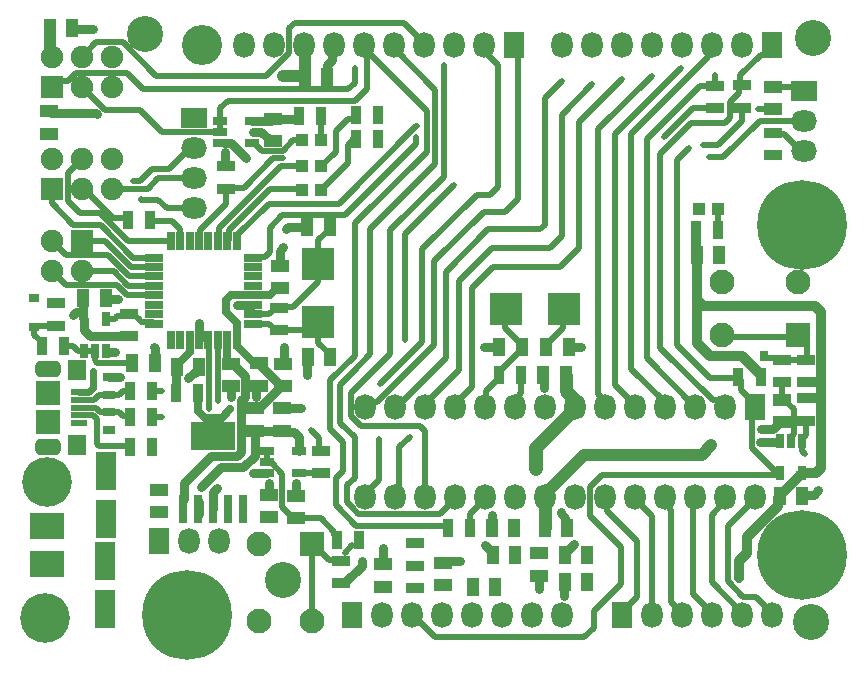
<source format=gts>
G04*
G04 #@! TF.GenerationSoftware,Altium Limited,Altium Designer,21.1.1 (26)*
G04*
G04 Layer_Color=8388736*
%FSLAX44Y44*%
%MOMM*%
G71*
G04*
G04 #@! TF.SameCoordinates,48FF6AC7-413E-474C-8440-48B8FC10FC40*
G04*
G04*
G04 #@! TF.FilePolarity,Negative*
G04*
G01*
G75*
%ADD11C,0.5000*%
%ADD38C,0.6000*%
%ADD40C,1.0000*%
%ADD42R,2.9000X2.2000*%
%ADD43R,1.5000X0.9000*%
%ADD44R,0.9000X1.5000*%
%ADD45R,1.8000X3.2000*%
%ADD46R,1.4500X0.5000*%
%ADD47R,2.1000X2.1000*%
%ADD48R,1.6000X1.8000*%
%ADD49R,0.6700X1.6200*%
%ADD50R,1.6200X0.6700*%
%ADD51R,3.7000X2.4000*%
%ADD52R,0.8000X2.4000*%
%ADD53R,1.2000X0.7500*%
%ADD54R,0.7500X1.2000*%
%ADD55R,2.7000X2.8000*%
%ADD56R,2.8000X2.7000*%
%ADD57R,1.1000X0.8000*%
%ADD58R,1.1000X1.5000*%
%ADD59R,1.5000X1.1000*%
%ADD60R,1.0000X1.0000*%
%ADD61R,0.8858X0.7588*%
%ADD62R,0.7588X0.8858*%
%ADD63C,3.0480*%
%ADD64C,0.7500*%
%ADD65C,0.7000*%
%ADD66C,0.8500*%
%ADD67C,0.8000*%
%ADD68C,1.2000*%
%ADD69C,1.1000*%
%ADD70R,2.2000X1.8000*%
%ADD71O,2.2000X1.8000*%
%ADD72R,1.8000X2.2000*%
%ADD73O,1.8000X2.2000*%
%ADD74C,4.2000*%
%ADD75C,1.9000*%
%ADD76R,1.9000X1.9000*%
G04:AMPARAMS|DCode=77|XSize=2.2mm|YSize=1.4mm|CornerRadius=0.46mm|HoleSize=0mm|Usage=FLASHONLY|Rotation=0.000|XOffset=0mm|YOffset=0mm|HoleType=Round|Shape=RoundedRectangle|*
%AMROUNDEDRECTD77*
21,1,2.2000,0.4800,0,0,0.0*
21,1,1.2800,1.4000,0,0,0.0*
1,1,0.9200,0.6400,-0.2400*
1,1,0.9200,-0.6400,-0.2400*
1,1,0.9200,-0.6400,0.2400*
1,1,0.9200,0.6400,0.2400*
%
%ADD77ROUNDEDRECTD77*%
%ADD78C,2.1000*%
%ADD79R,2.1000X2.1000*%
%ADD80C,7.6000*%
%ADD81C,3.4000*%
D11*
X253891Y77500D02*
X259736Y71655D01*
X253500Y77500D02*
X253891D01*
X283500Y84278D02*
Y84318D01*
X245500Y85500D02*
X253500Y77500D01*
X259736Y71655D02*
X269845D01*
X273323Y77743D02*
X279858Y84278D01*
X661750Y176000D02*
X662243D01*
X660500Y174750D02*
X661750Y176000D01*
X662243D02*
X664000Y177757D01*
Y189750D01*
X660500Y164000D02*
Y174750D01*
X647250Y241500D02*
X667750D01*
X599000Y260500D02*
X665079D01*
X627536Y243250D02*
X638250D01*
X607154Y471812D02*
X609154Y473812D01*
X607154Y467569D02*
Y471812D01*
X609154Y473812D02*
X609346D01*
X599346Y459762D02*
X607154Y467569D01*
X529000Y428192D02*
X574468Y473660D01*
X586740D01*
X392673Y214673D02*
X402000Y224000D01*
X392050Y201930D02*
X392673Y202553D01*
Y214673D01*
X282500Y447507D02*
Y449000D01*
X265750Y417750D02*
Y435000D01*
X280500Y445507D02*
X282500Y447507D01*
X265750Y435000D02*
X276257Y445507D01*
X280500D01*
X245250Y20500D02*
Y85500D01*
X509000Y28400D02*
X521000Y40400D01*
X660500Y164000D02*
X663000Y161500D01*
X404000Y231000D02*
X420500Y247500D01*
X421493Y247750D02*
X421866Y247949D01*
X422371Y248454D01*
X423000Y212998D02*
Y229000D01*
X423250Y252000D02*
Y254000D01*
X101250Y273250D02*
X110750D01*
X274000Y364000D02*
X334010Y424010D01*
Y430276D01*
X289560Y505440D02*
X292000Y503000D01*
Y471000D02*
Y503000D01*
X342646Y452354D01*
Y417646D02*
Y452354D01*
X282000Y461000D02*
X292000Y471000D01*
X119000Y434000D02*
X167500D01*
X70240Y453000D02*
X100000D01*
X119000Y434000D01*
X167500Y434500D02*
Y444000D01*
Y454250D01*
X261000Y182484D02*
Y224000D01*
X282000Y245000D02*
Y357000D01*
X265787Y118213D02*
Y141581D01*
Y118213D02*
X283000Y101000D01*
X261000Y224000D02*
X282000Y245000D01*
X174250Y461000D02*
X282000D01*
X261000Y182484D02*
X271780Y171704D01*
X50800Y472440D02*
X70240Y453000D01*
X283000Y101000D02*
X358500D01*
X167500Y454250D02*
X174250Y461000D01*
X271780Y147574D02*
Y171704D01*
X265787Y141581D02*
X271780Y147574D01*
X282000Y357000D02*
X342646Y417646D01*
X358500Y101000D02*
X360500Y99000D01*
X502000Y432750D02*
X558000Y488750D01*
X581040Y500040D02*
X583040D01*
X580761Y499761D02*
X581040Y500040D01*
X580761Y497761D02*
Y499761D01*
X516000Y433000D02*
X580761Y497761D01*
X516000Y233937D02*
Y433000D01*
X586740Y473660D02*
Y482346D01*
X625406Y499872D02*
X629158D01*
X599346Y446103D02*
Y459762D01*
X594973Y441730D02*
X599346Y446103D01*
X540730Y415730D02*
X566730Y441730D01*
X608076Y475082D02*
Y482542D01*
X566730Y441730D02*
X594973D01*
X608076Y482542D02*
X625406Y499872D01*
X585210Y207250D02*
X589250D01*
X540730Y251730D02*
X585210Y207250D01*
X540730Y251730D02*
Y415730D01*
X319278Y167278D02*
X328250Y176250D01*
X328500D01*
X319278Y134676D02*
Y167278D01*
X302750Y140030D02*
Y174250D01*
X290450Y127730D02*
X302750Y140030D01*
X303250Y220750D02*
X339000Y256500D01*
Y335000D01*
X268292Y373750D02*
X333962Y439420D01*
X359000Y316000D02*
X395000Y352000D01*
X333962Y439420D02*
X334264D01*
X209000Y373750D02*
X268292D01*
X276174Y423674D02*
X280500Y428000D01*
X275082Y121168D02*
X280416Y115834D01*
X275082Y121168D02*
Y135128D01*
X281686Y141732D01*
Y176276D01*
X269748Y188214D02*
X281686Y176276D01*
X269748Y188214D02*
Y220472D01*
X280416Y231140D01*
X312000Y246468D02*
Y351000D01*
X278950Y193723D02*
Y213418D01*
X312000Y246468D01*
X280416Y231140D02*
Y231394D01*
X295000Y245978D01*
Y352000D01*
X280416Y115834D02*
Y115834D01*
X362163Y121243D02*
X366650Y125730D01*
X354074Y111250D02*
X366650Y123826D01*
X278950Y193723D02*
X287173Y185500D01*
X280416Y115834D02*
X285000Y111250D01*
X287173Y185500D02*
X337000D01*
X66802Y355600D02*
X94402Y328000D01*
X25400Y373888D02*
X43688Y355600D01*
X66802D01*
X25400Y373888D02*
Y386080D01*
X94402Y328000D02*
X112000D01*
X150000Y342000D02*
X150850Y342850D01*
Y351764D01*
X172720Y373634D02*
Y386500D01*
X150850Y351764D02*
X172720Y373634D01*
X38909Y477520D02*
X45829Y484440D01*
X30480Y477520D02*
X38909D01*
X285000Y111250D02*
X354074D01*
X366650Y123826D02*
Y125730D01*
X543846Y430244D02*
X568261Y454660D01*
X586740D01*
X314960Y505290D02*
X350012Y470238D01*
Y407012D02*
Y470238D01*
X295000Y352000D02*
X350012Y407012D01*
X312000Y351000D02*
X357632Y396632D01*
Y490728D01*
X315850Y125730D02*
Y131248D01*
X319278Y134676D01*
X250869Y322369D02*
X251000Y322500D01*
X250869Y307257D02*
Y322369D01*
X229855Y286243D02*
X250869Y307257D01*
X215743Y286243D02*
X229855D01*
X444000Y254000D02*
X458507Y268507D01*
Y284007D02*
X458750Y284250D01*
X458507Y268507D02*
Y284007D01*
X409194Y268056D02*
X423250Y254000D01*
X409194Y268056D02*
Y279806D01*
X324358Y258572D02*
Y348358D01*
X365760Y389760D01*
X91352Y168148D02*
X91500Y168000D01*
X65257Y168148D02*
X91352D01*
X63500Y169905D02*
X65257Y168148D01*
X63500Y169905D02*
Y191000D01*
X60000Y194500D02*
X63500Y191000D01*
X264500Y93000D02*
Y96000D01*
Y93000D02*
X266500Y91000D01*
X232000Y107500D02*
X253000D01*
X264500Y96000D01*
X484250Y29082D02*
X506984Y51816D01*
Y83016D01*
X484250Y14750D02*
Y29082D01*
X481000Y109000D02*
X506984Y83016D01*
X618000Y167000D02*
X641000Y144000D01*
X606500Y226000D02*
X608500Y224000D01*
X207480Y154940D02*
Y164440D01*
Y154940D02*
X208730Y153690D01*
X211930D01*
X220465Y145155D01*
Y117035D02*
Y145155D01*
Y117035D02*
X230000Y107500D01*
X232000D01*
X245000Y182000D02*
X252000Y175000D01*
Y164500D02*
Y175000D01*
X234480Y145440D02*
X234510Y145470D01*
X249970D02*
X250000Y145500D01*
X234510Y145470D02*
X249970D01*
X403000Y388000D02*
Y490743D01*
X396000Y381000D02*
X403000Y388000D01*
X385000Y381000D02*
X396000D01*
X339000Y335000D02*
X385000Y381000D01*
X391160Y502583D02*
X403000Y490743D01*
X409000Y367000D02*
X420000Y378000D01*
X416560Y508000D02*
X420000Y504560D01*
Y378000D02*
Y504560D01*
X391146Y367000D02*
X409000D01*
X349000Y324854D02*
X391146Y367000D01*
X391160Y502583D02*
Y508000D01*
X349000Y254000D02*
Y324854D01*
X300529Y205529D02*
X349000Y254000D01*
X317368Y201930D02*
X323167Y207729D01*
X323729D02*
X352000Y236000D01*
X352000D01*
X323167Y207729D02*
X323729D01*
X352000Y236000D02*
X359000Y243000D01*
X294049Y205529D02*
X300529D01*
X359000Y243000D02*
Y316000D01*
X395000Y352000D02*
X439000D01*
X443000Y356000D01*
Y463000D01*
X457200Y477200D01*
X457000Y346000D02*
Y449000D01*
X398000Y336000D02*
X447000D01*
X457000Y346000D01*
Y449000D02*
X482600Y474600D01*
X472000Y443000D02*
X508000Y479000D01*
X456000Y320000D02*
X472000Y336000D01*
Y443000D01*
X555000Y254000D02*
Y411000D01*
X583000Y226000D02*
X606500D01*
X555000Y254000D02*
X583000Y226000D01*
X555000Y411000D02*
X565000Y421000D01*
X502000Y220072D02*
X519050Y203022D01*
X502000Y220072D02*
Y432750D01*
X529000Y242780D02*
X569850Y201930D01*
X529000Y242780D02*
Y428192D01*
X370000Y308000D02*
X398000Y336000D01*
X370000Y232680D02*
Y308000D01*
X341250Y203930D02*
X370000Y232680D01*
X381000Y218280D02*
Y302000D01*
X399000Y320000D01*
X456000D01*
X366650Y201930D02*
Y203930D01*
X381000Y218280D01*
X481000Y134000D02*
X491000Y144000D01*
X641000D01*
X618000Y167000D02*
Y199280D01*
X650000Y174250D02*
Y175000D01*
X653500Y178500D01*
Y199750D01*
X568000Y43600D02*
Y123880D01*
X569850Y125730D01*
X568000Y43600D02*
X584200Y27400D01*
X550000Y36200D02*
Y114662D01*
Y36200D02*
X558800Y27400D01*
X544450Y120212D02*
X550000Y114662D01*
X519050Y123730D02*
X533400Y109380D01*
Y25400D02*
Y109380D01*
X544450Y120212D02*
Y125730D01*
X521000Y40400D02*
Y88000D01*
X493650Y125730D02*
X495299Y124081D01*
Y113701D02*
Y124081D01*
Y113701D02*
X521000Y88000D01*
X519050Y123730D02*
Y125730D01*
X481000Y109000D02*
Y134000D01*
X100000Y393000D02*
X110000Y403000D01*
X125000D02*
X142600Y420600D01*
X110000Y403000D02*
X125000D01*
X142600Y420600D02*
X146000D01*
X94000Y393000D02*
X100000D01*
X106580Y386080D02*
X115700Y395200D01*
X146000D01*
X76200Y386080D02*
X106580D01*
X665079Y243671D02*
Y260500D01*
X618000Y199280D02*
X620650Y201930D01*
X175250Y351250D02*
X210000Y386000D01*
X236750D01*
X175250Y343250D02*
Y351250D01*
X236750Y386000D02*
X237500Y385250D01*
X182000Y346750D02*
X209000Y373750D01*
X167250Y353250D02*
X219500Y405500D01*
X188000Y387000D02*
X213000Y412000D01*
X219500Y405500D02*
X237500D01*
X167250Y343250D02*
Y353250D01*
X213000Y412000D02*
X221500D01*
X173750Y387000D02*
X188000D01*
X173250Y386500D02*
X173750Y387000D01*
X172720Y386500D02*
X173250D01*
X114000Y482000D02*
X207000D01*
X226500Y501500D02*
Y522000D01*
X85750Y510250D02*
X114000Y482000D01*
X207000D02*
X226500Y501500D01*
X63210Y510250D02*
X85750D01*
X577000Y423000D02*
X589000D01*
X609346Y443346D01*
Y454812D01*
X516000Y233937D02*
X544450Y205487D01*
X488000Y436500D02*
X533400Y481900D01*
X493650Y201930D02*
Y206537D01*
X488000Y212187D02*
X493650Y206537D01*
X488000Y212187D02*
Y436500D01*
X209750Y353250D02*
X220500Y364000D01*
X274000D01*
X594000Y413000D02*
X624600Y443600D01*
X582000Y413000D02*
X594000D01*
X624600Y443600D02*
X662000D01*
X519050Y201930D02*
Y203022D01*
X584000Y53000D02*
X609600Y27400D01*
X584000Y110473D02*
X595250Y121723D01*
X584000Y53000D02*
Y110473D01*
X598000Y53808D02*
Y101080D01*
Y53808D02*
X610831Y40977D01*
X598000Y101080D02*
X620650Y123730D01*
X595250Y121723D02*
Y125730D01*
X621423Y40977D02*
X635000Y27400D01*
X610831Y40977D02*
X621423D01*
X282250Y476250D02*
Y488250D01*
X276500Y470500D02*
X282250Y476250D01*
X91250Y214750D02*
X91500Y215000D01*
X82000Y211500D02*
X85250Y214750D01*
X65500Y211500D02*
X74000D01*
X85250Y214750D02*
X91250D01*
X74000Y211500D02*
X82000D01*
X82250Y197000D02*
X85500Y193750D01*
X90750D02*
X91500Y193000D01*
X74000Y197000D02*
X82250D01*
X85500Y193750D02*
X90750D01*
X48745Y194500D02*
X60000D01*
X78500Y276250D02*
X80750Y278500D01*
X89000D02*
X91000Y280500D01*
X80750Y278500D02*
X89000D01*
X71250Y276250D02*
X78500D01*
X91000Y280500D02*
X94000D01*
X77650Y316600D02*
X90250Y304000D01*
X50800Y316600D02*
X77650D01*
X37400Y304600D02*
X80650D01*
X89250Y296000D01*
X620650Y123730D02*
Y125730D01*
X636000Y433500D02*
X636750Y432750D01*
X645450D02*
X660000Y418200D01*
X636750Y432750D02*
X645450D01*
X645500Y207750D02*
X653500Y199750D01*
X643500Y207750D02*
X645500D01*
X643250Y208000D02*
Y222250D01*
Y208000D02*
X643500Y207750D01*
X94000Y320000D02*
X112000D01*
X100500Y377250D02*
X100750Y377000D01*
X115500D01*
X94000Y280500D02*
X99750Y274750D01*
X122700Y369800D02*
X146000D01*
X115500Y377000D02*
X122700Y369800D01*
X126750Y359250D02*
X133757Y352243D01*
X109250Y359250D02*
X126750D01*
X108500Y360000D02*
X109250Y359250D01*
X379500Y111180D02*
X392050Y123730D01*
Y125730D01*
X379500Y99000D02*
Y111180D01*
X166234Y206638D02*
Y257766D01*
X166000Y258000D02*
X166234Y257766D01*
Y206638D02*
X166468Y206404D01*
X158162Y200236D02*
X158324Y200074D01*
X158162Y200236D02*
Y257838D01*
X158000Y258000D02*
X158162Y257838D01*
X61750Y240975D02*
X63965Y238760D01*
X61750Y240975D02*
Y249250D01*
X63965Y238760D02*
X93522D01*
X110500Y193000D02*
X110750Y192750D01*
X118500D01*
X110500Y215000D02*
X118500D01*
X73750Y197250D02*
X74000Y197000D01*
X66500Y197250D02*
X73750D01*
X62750Y201000D02*
X66500Y197250D01*
X48745Y201000D02*
X62750D01*
X48745Y207500D02*
X61500D01*
X65500Y211500D01*
X47500Y248750D02*
X51750D01*
X52250Y249250D01*
X35764Y253238D02*
X43012D01*
X47500Y248750D01*
X10668Y262334D02*
X16764Y256238D01*
X10668Y262334D02*
Y269494D01*
X255500Y164940D02*
X256000Y164440D01*
X220750Y418500D02*
X229732Y427482D01*
X237492D01*
X203250Y418500D02*
X220750D01*
X196750Y425000D02*
X203250Y418500D01*
X194500Y425000D02*
X196750D01*
X253500Y405500D02*
X265750Y417750D01*
X276174Y407924D02*
Y423674D01*
X253500Y385250D02*
X276174Y407924D01*
X253492Y427482D02*
Y447802D01*
X166000Y342000D02*
X167250Y343250D01*
X174000Y342000D02*
X175250Y343250D01*
X182000Y342000D02*
Y346750D01*
X251000Y322500D02*
Y342500D01*
X260500Y352000D02*
Y354000D01*
X251000Y342500D02*
X260500Y352000D01*
X261000Y244000D02*
Y246000D01*
X251000Y256000D02*
X261000Y246000D01*
X251000Y256000D02*
Y261000D01*
X209500Y280000D02*
X215743Y286243D01*
X218000Y266500D02*
X244000D01*
X196000Y272000D02*
X209500D01*
X215000Y266500D01*
X218000D01*
X196000Y280000D02*
X209500D01*
X52250Y249250D02*
X61750D01*
X28702Y270002D02*
X29210Y270510D01*
X10668Y269494D02*
X11176Y270002D01*
X28702D01*
X16764Y253238D02*
Y256238D01*
X110750Y273250D02*
X112000Y272000D01*
X90250Y304000D02*
X112000D01*
X89250Y296000D02*
X112000D01*
X25400Y316600D02*
X37400Y304600D01*
X73000Y330000D02*
X91000Y312000D01*
X57000Y330000D02*
X57000Y330000D01*
X73000D01*
X25400Y342000D02*
X37400Y330000D01*
X57000D01*
X91000Y312000D02*
X112000D01*
X70000Y342000D02*
X92000Y320000D01*
X50800Y342000D02*
X70000D01*
X66000Y365750D02*
X89750Y342000D01*
X126000D01*
X50800Y386080D02*
X52741D01*
X49250Y365750D02*
X66000D01*
X52741Y386080D02*
X77571Y361250D01*
X88250D01*
X133757Y342243D02*
Y352243D01*
Y342243D02*
X134000Y342000D01*
X88250Y361250D02*
X89703Y359797D01*
X38750Y376250D02*
X49250Y365750D01*
X38750Y376250D02*
Y399430D01*
X50800Y411480D01*
X314960Y505290D02*
Y508000D01*
X103000Y470500D02*
X276500D01*
X89060Y484440D02*
X103000Y470500D01*
X45829Y484440D02*
X89060D01*
X231250Y526750D02*
X323610D01*
X226500Y522000D02*
X231250Y526750D01*
X323610D02*
X336180Y514180D01*
X50800Y497840D02*
X63210Y510250D01*
X417450Y207448D02*
X423000Y212998D01*
X417450Y201930D02*
Y207448D01*
X589407Y351409D02*
X589534Y351282D01*
X589280Y369062D02*
X589407Y368935D01*
Y351409D02*
Y368935D01*
X660000Y418200D02*
X662000D01*
X636000Y472500D02*
X658500D01*
X662000Y469000D01*
X145750Y446250D02*
X146000Y446000D01*
X152500Y452500D01*
X608500Y216080D02*
X620650Y203930D01*
X608500Y216080D02*
Y224000D01*
X476250Y6750D02*
X484250Y14750D01*
X349750Y6750D02*
X476250D01*
X331100Y25400D02*
X349750Y6750D01*
X330200Y25400D02*
X331100D01*
X209750Y335000D02*
Y353250D01*
X196000Y328000D02*
X196250Y328250D01*
X205500D01*
X209757Y332507D02*
Y334993D01*
X209750Y335000D02*
X209757Y334993D01*
X205500Y328250D02*
X209757Y332507D01*
X635750Y453750D02*
X636000Y453500D01*
X623500Y453750D02*
X635750D01*
X337000Y185500D02*
X341250Y181250D01*
X290450Y125730D02*
Y127730D01*
X341250Y125730D02*
Y181250D01*
D38*
X48745Y214000D02*
X56000D01*
X59828Y217828D01*
Y222001D01*
X60039Y222212D01*
X59903Y222347D02*
X60039Y222212D01*
X59828Y222271D02*
X60230Y222674D01*
Y231730D01*
X60250Y231750D01*
D40*
X239500Y480648D02*
Y507260D01*
X239420Y480568D02*
X239500Y480648D01*
X238760Y508000D02*
X239500Y507260D01*
X23678Y499562D02*
Y505926D01*
X23500Y506104D02*
X23678Y505926D01*
X23500Y506104D02*
Y522000D01*
X23678Y499562D02*
X25400Y497840D01*
X442850Y127730D02*
X476370Y161250D01*
X575500D01*
X583250Y169000D01*
X221000Y481750D02*
X238238D01*
D42*
X21500Y68750D02*
D03*
Y100750D02*
D03*
D43*
X173250Y386500D02*
D03*
Y405500D02*
D03*
X91000Y261500D02*
D03*
Y280500D02*
D03*
X218000Y266500D02*
D03*
Y285500D02*
D03*
X609346Y473812D02*
D03*
Y454812D02*
D03*
X586740Y454660D02*
D03*
Y473660D02*
D03*
X636000Y433500D02*
D03*
Y414500D02*
D03*
X664000Y208750D02*
D03*
Y189750D02*
D03*
X29210Y270510D02*
D03*
Y289510D02*
D03*
X664000Y222500D02*
D03*
Y241500D02*
D03*
X270000Y71500D02*
D03*
Y52500D02*
D03*
X253000Y164500D02*
D03*
Y145500D02*
D03*
X643500Y222500D02*
D03*
Y241500D02*
D03*
X332740Y85954D02*
D03*
Y66954D02*
D03*
Y47904D02*
D03*
Y66904D02*
D03*
D44*
X301500Y449000D02*
D03*
X282500D02*
D03*
Y428000D02*
D03*
X301500D02*
D03*
X108500Y360000D02*
D03*
X89500D02*
D03*
X110500Y215000D02*
D03*
X91500D02*
D03*
Y193000D02*
D03*
X110500D02*
D03*
Y168000D02*
D03*
X91500D02*
D03*
X379500Y99000D02*
D03*
X360500D02*
D03*
X625500Y227000D02*
D03*
X606500D02*
D03*
X253492Y447802D02*
D03*
X234492D02*
D03*
X404000Y229000D02*
D03*
X423000D02*
D03*
X589534Y351282D02*
D03*
X570534D02*
D03*
X16764Y253238D02*
D03*
X35764D02*
D03*
X285500Y89000D02*
D03*
X266500D02*
D03*
X149500Y213000D02*
D03*
X130500D02*
D03*
D45*
X70000Y71500D02*
D03*
Y30500D02*
D03*
X71000Y147500D02*
D03*
Y106500D02*
D03*
D46*
X48745Y214000D02*
D03*
Y207500D02*
D03*
Y201000D02*
D03*
Y194500D02*
D03*
Y188000D02*
D03*
D47*
X21995Y213000D02*
D03*
Y189000D02*
D03*
X245500Y85500D02*
D03*
D48*
X46495Y169000D02*
D03*
Y233000D02*
D03*
D49*
X182000Y258000D02*
D03*
X174000D02*
D03*
X166000D02*
D03*
X158000D02*
D03*
X150000D02*
D03*
X142000D02*
D03*
X134000D02*
D03*
X126000D02*
D03*
Y342000D02*
D03*
X134000D02*
D03*
X142000D02*
D03*
X150000D02*
D03*
X158000D02*
D03*
X166000D02*
D03*
X174000D02*
D03*
X182000D02*
D03*
D50*
X112000Y272000D02*
D03*
Y280000D02*
D03*
Y288000D02*
D03*
Y296000D02*
D03*
Y304000D02*
D03*
Y312000D02*
D03*
Y320000D02*
D03*
Y328000D02*
D03*
X196000Y320000D02*
D03*
Y312000D02*
D03*
Y304000D02*
D03*
Y296000D02*
D03*
Y288000D02*
D03*
Y280000D02*
D03*
Y272000D02*
D03*
Y328000D02*
D03*
D51*
X162000Y177000D02*
D03*
D52*
X187400Y115000D02*
D03*
X174700D02*
D03*
X162000D02*
D03*
X149300D02*
D03*
X136600D02*
D03*
D53*
X194500Y425000D02*
D03*
Y444000D02*
D03*
X167500Y425000D02*
D03*
Y434500D02*
D03*
Y444000D02*
D03*
X234480Y145440D02*
D03*
Y164440D02*
D03*
X207480Y145440D02*
D03*
Y154940D02*
D03*
Y164440D02*
D03*
D54*
X52250Y249250D02*
D03*
X61750D02*
D03*
X71250D02*
D03*
X52250Y276250D02*
D03*
X71250D02*
D03*
X660500Y172500D02*
D03*
X651000D02*
D03*
X641500D02*
D03*
X660500Y145500D02*
D03*
X641500D02*
D03*
D55*
X409750Y284250D02*
D03*
X458750D02*
D03*
D56*
X251000Y322500D02*
D03*
Y273500D02*
D03*
D57*
X74000Y226500D02*
D03*
Y211500D02*
D03*
Y182000D02*
D03*
Y197000D02*
D03*
D58*
X93522Y238760D02*
D03*
X112522D02*
D03*
X571500Y330200D02*
D03*
X590500D02*
D03*
X459500Y53000D02*
D03*
X478500D02*
D03*
X131000Y235000D02*
D03*
X150000D02*
D03*
X260500Y354000D02*
D03*
X241500D02*
D03*
X261000Y244000D02*
D03*
X242000D02*
D03*
X382000Y49000D02*
D03*
X401000D02*
D03*
X23500Y522000D02*
D03*
X42500D02*
D03*
X478500Y76000D02*
D03*
X459500D02*
D03*
X460500Y229000D02*
D03*
X441500D02*
D03*
X239420Y480568D02*
D03*
X258420D02*
D03*
X417500Y76000D02*
D03*
X398500D02*
D03*
X417000Y99000D02*
D03*
X398000D02*
D03*
X442772Y99314D02*
D03*
X461772D02*
D03*
X423250Y252000D02*
D03*
X404250D02*
D03*
X444000D02*
D03*
X463000D02*
D03*
X660500Y126000D02*
D03*
X641500D02*
D03*
X51866Y293624D02*
D03*
X70866D02*
D03*
D59*
X643500Y188750D02*
D03*
Y207750D02*
D03*
X232000Y126500D02*
D03*
Y107500D02*
D03*
X197000Y181500D02*
D03*
Y200500D02*
D03*
X438000Y58500D02*
D03*
Y77500D02*
D03*
X221250Y219250D02*
D03*
Y238250D02*
D03*
X201000Y238500D02*
D03*
Y219500D02*
D03*
X218250Y302250D02*
D03*
Y321250D02*
D03*
X176750Y238000D02*
D03*
Y219000D02*
D03*
X23000Y432750D02*
D03*
Y451750D02*
D03*
X636000Y472500D02*
D03*
Y453500D02*
D03*
X116000Y112500D02*
D03*
Y131500D02*
D03*
X209000Y108000D02*
D03*
Y127000D02*
D03*
X306000Y49500D02*
D03*
Y68500D02*
D03*
X356616Y50698D02*
D03*
Y69698D02*
D03*
X212500Y426500D02*
D03*
Y445500D02*
D03*
X219964Y181406D02*
D03*
Y200406D02*
D03*
D60*
X589280Y369062D02*
D03*
X573280D02*
D03*
X237492Y427482D02*
D03*
X253492D02*
D03*
X253500Y405500D02*
D03*
X237500D02*
D03*
X253500Y385250D02*
D03*
X237500D02*
D03*
D61*
X10668Y269494D02*
D03*
Y293878D02*
D03*
D62*
X628000Y245000D02*
D03*
X603616D02*
D03*
D63*
X103886Y517652D02*
D03*
X670052Y514096D02*
D03*
X668274Y19558D02*
D03*
X220980Y55118D02*
D03*
D64*
X189639Y288000D02*
X196000D01*
X189639Y288000D02*
X189639Y288000D01*
X182118Y288036D02*
X182154Y288000D01*
X189639D01*
X205230Y145440D02*
X207480D01*
X195500Y145500D02*
X205170D01*
X205230Y145440D01*
X177000Y425000D02*
X190000Y412000D01*
X171388Y425000D02*
X177000D01*
X190000Y412000D02*
Y412000D01*
X150000Y258000D02*
Y272750D01*
X194500Y444000D02*
X210968D01*
D65*
X195000Y240500D02*
X199000D01*
X182000Y253250D02*
Y258000D01*
X182500Y253000D02*
X195000Y240500D01*
X199000D02*
X201000Y238500D01*
X173000Y292000D02*
X177000Y296000D01*
X196000D01*
X154855Y192574D02*
X169324D01*
X149500Y197929D02*
X154855Y192574D01*
X149500Y197929D02*
Y213000D01*
X169324Y192574D02*
X176500Y199750D01*
X181875Y258125D02*
Y273000D01*
X173000Y281875D02*
X181875Y273000D01*
X173000Y281875D02*
Y292000D01*
X196000Y296000D02*
X210000D01*
X142000Y248000D02*
Y258000D01*
X131000Y237000D02*
X142000Y248000D01*
X210000Y296000D02*
X216250Y302250D01*
X174000Y240500D02*
Y258000D01*
D66*
X614000Y91250D02*
X640250Y117500D01*
Y124750D02*
X642750Y127250D01*
X614000Y78000D02*
Y91250D01*
X640250Y117500D02*
Y124750D01*
X642750Y127250D02*
X660000Y144500D01*
X676500Y149558D02*
Y208750D01*
X672692Y145750D02*
X676500Y149558D01*
X661000Y145750D02*
X672692D01*
X642750Y127250D02*
Y127250D01*
X664000Y208750D02*
X676500D01*
Y223000D01*
X625250Y230000D02*
Y230250D01*
X609500Y245000D02*
X624250Y230250D01*
X606033Y245000D02*
X609500D01*
X624250Y230250D02*
X625250D01*
X583000Y245000D02*
X601290D01*
X572000Y256000D02*
X583000Y245000D01*
X572000Y291686D02*
Y324548D01*
X571500Y330200D02*
X572000Y329700D01*
Y256000D02*
Y291686D01*
X576686Y287000D01*
X671814D01*
X570500Y331200D02*
Y348248D01*
X570534Y348282D02*
Y351282D01*
X570500Y331200D02*
X571500Y330200D01*
X570500Y348248D02*
X570534Y348282D01*
X608000Y72000D02*
X614000Y78000D01*
X607000Y71000D02*
X608000Y72000D01*
X607000Y57000D02*
Y71000D01*
X676500Y223000D02*
Y282314D01*
X676000Y222500D02*
X676500Y223000D01*
X664000Y222500D02*
X676000D01*
X671814Y287000D02*
X676500Y282314D01*
D67*
X212558Y445558D02*
X212741Y445375D01*
X210968Y444000D02*
X212660Y445692D01*
X210500Y426500D02*
X212500D01*
X209000Y428000D02*
Y428500D01*
Y428000D02*
X210500Y426500D01*
X195409Y434591D02*
X202909D01*
X209000Y428500D01*
X258500Y480648D02*
Y491250D01*
Y480480D02*
Y480648D01*
X259080Y481228D01*
X258420Y480568D02*
X258500Y480648D01*
X223750Y352500D02*
X225250Y354000D01*
X162000Y115000D02*
Y129394D01*
X165441Y132835D01*
X160000Y160000D02*
X181985D01*
X185500Y163515D01*
Y207071D01*
X187490Y150691D02*
X197000Y160201D01*
X185500Y207071D02*
X188735Y210306D01*
X63209Y450250D02*
X63459Y450000D01*
X24500Y450250D02*
X63209D01*
X23000Y451750D02*
X24500Y450250D01*
X148500Y231500D02*
X150000Y233000D01*
X146500Y231500D02*
X148500D01*
X150000Y233000D02*
Y235000D01*
X140750Y225750D02*
X146500Y231500D01*
X270000Y52500D02*
X270500Y53000D01*
X287750Y67250D02*
Y71250D01*
X273500Y53000D02*
X287750Y67250D01*
X270500Y53000D02*
X273500D01*
X458750Y52250D02*
X459500Y53000D01*
X458750Y41250D02*
Y52250D01*
X456250Y111709D02*
X460272Y107687D01*
Y100814D02*
Y107687D01*
X259080Y491998D02*
X262600Y495518D01*
Y506440D01*
X52058Y276442D02*
Y284937D01*
X51004Y283883D02*
X51004D01*
X49300Y282179D02*
X51004Y283883D01*
X45959Y282179D02*
X49300D01*
X43180Y279400D02*
X45959Y282179D01*
X51004Y283883D02*
X52058Y284937D01*
X151638Y133638D02*
X168691Y150691D01*
X188735Y210306D02*
Y228015D01*
X180250Y236500D02*
X188735Y228015D01*
X137000Y137000D02*
X160000Y160000D01*
X149700Y110500D02*
Y121000D01*
X639000Y172000D02*
X639000Y172000D01*
X625000Y172000D02*
X639000D01*
X219964Y181406D02*
X220634Y180736D01*
X219917Y181453D02*
X219964Y181406D01*
X641500Y188750D02*
X643500D01*
X635750Y183000D02*
X641500Y188750D01*
X625541Y183000D02*
X635750D01*
X201545Y237045D02*
X217750Y220841D01*
Y220750D02*
Y220841D01*
Y220750D02*
X219250Y219250D01*
X221250D01*
X197000Y160201D02*
Y181500D01*
X168691Y150691D02*
X187490D01*
X137000Y123334D02*
Y137000D01*
X670500Y127000D02*
X674500Y131000D01*
X661000Y127000D02*
X670500D01*
X441750Y217500D02*
Y228750D01*
X441500Y229000D02*
X441750Y228750D01*
Y217500D02*
X442000Y217250D01*
X391250Y252500D02*
X403750D01*
X404250Y252000D01*
X463000D02*
X463250Y252250D01*
X473750D01*
X442175Y202605D02*
X442850Y201930D01*
X70866Y293624D02*
X71240Y293250D01*
X81250D01*
X112386Y238896D02*
Y251864D01*
Y238896D02*
X112522Y238760D01*
X112250Y252000D02*
X112386Y251864D01*
X177250Y210000D02*
Y218500D01*
X198250Y210000D02*
Y218250D01*
X220011Y200453D02*
X235953D01*
X236000Y200500D01*
X219964Y200406D02*
X220011Y200453D01*
X241750Y243750D02*
X242000Y244000D01*
X241750Y228500D02*
Y243750D01*
X241500Y228250D02*
X241750Y228500D01*
X221250Y238250D02*
X221750Y238750D01*
Y252500D01*
X221000Y336709D02*
Y337250D01*
X218250Y321250D02*
Y333959D01*
X221000Y336709D01*
X225250Y354000D02*
X241500D01*
X44000Y522000D02*
X44500Y521500D01*
X60250D01*
X459500Y78000D02*
X467153Y85653D01*
X459500Y76000D02*
Y78000D01*
X456250Y111709D02*
Y112250D01*
X391750Y84750D02*
Y85000D01*
X398500Y76000D02*
Y78000D01*
X391750Y84750D02*
X398500Y78000D01*
X398000Y99000D02*
Y109959D01*
X357168Y70750D02*
X371250D01*
X356616Y69698D02*
X357285Y70367D01*
X306000Y68498D02*
Y82000D01*
Y68498D02*
X306324Y68174D01*
X195500Y145500D02*
X195530Y145470D01*
X232000Y126500D02*
Y137250D01*
X209000Y127000D02*
X209500Y127500D01*
Y136750D01*
X72000Y248133D02*
X78617D01*
X79000Y247750D01*
X74000Y226500D02*
X83000D01*
X74000Y226500D02*
X74000Y226500D01*
X225750Y445250D02*
X232992D01*
X234492Y446750D02*
Y447802D01*
X232992Y445250D02*
X234492Y446750D01*
X225625Y445375D02*
X225750Y445250D01*
X212741Y445375D02*
X225625D01*
X172250Y406500D02*
X173250Y405500D01*
X172250Y406500D02*
Y417250D01*
X52058Y284937D02*
Y293432D01*
Y276442D02*
X52250Y276250D01*
X51866Y293624D02*
X52058Y293432D01*
X52250Y266750D02*
Y276250D01*
Y266750D02*
X57500Y261500D01*
X91000D01*
X234480Y164440D02*
Y176376D01*
X220634Y180736D02*
X230121D01*
X234480Y176376D01*
X197047Y181453D02*
X219917D01*
X197000Y181500D02*
X197047Y181453D01*
X437500Y47250D02*
Y58000D01*
X438000Y58500D01*
X130750Y234750D02*
X131000Y235000D01*
X130750Y213250D02*
Y234750D01*
X130500Y213000D02*
X130750Y213250D01*
X131000Y235000D02*
Y237000D01*
X209250Y209250D02*
X219250Y219250D01*
X200500Y200500D02*
X209250Y209250D01*
X216250Y302250D02*
X218250D01*
X116000Y112500D02*
X116200Y112300D01*
X238238Y481750D02*
X239420Y480568D01*
D68*
X442811Y125691D02*
X442850Y125730D01*
Y127730D01*
X435250Y149250D02*
Y166930D01*
X468250Y199930D01*
Y201930D01*
Y207177D01*
D69*
X442811Y99353D02*
Y125691D01*
X460500Y214927D02*
X468250Y207177D01*
X460500Y214927D02*
Y229000D01*
D70*
X146000Y446000D02*
D03*
X662000Y469000D02*
D03*
D71*
X146000Y420600D02*
D03*
Y395200D02*
D03*
Y369800D02*
D03*
X662000Y418200D02*
D03*
Y443600D02*
D03*
D72*
X116200Y88000D02*
D03*
X416560Y508000D02*
D03*
X635000D02*
D03*
X279400Y25400D02*
D03*
X508000D02*
D03*
X620650Y201930D02*
D03*
D73*
X141600Y88000D02*
D03*
X167000D02*
D03*
X391160Y508000D02*
D03*
X365760D02*
D03*
X340360D02*
D03*
X314960D02*
D03*
X289560D02*
D03*
X264160D02*
D03*
X238760D02*
D03*
X213360D02*
D03*
X187960D02*
D03*
X457200D02*
D03*
X482600D02*
D03*
X508000D02*
D03*
X533400D02*
D03*
X558800D02*
D03*
X584200D02*
D03*
X609600D02*
D03*
X457200Y25400D02*
D03*
X431800D02*
D03*
X406400D02*
D03*
X381000D02*
D03*
X355600D02*
D03*
X330200D02*
D03*
X304800D02*
D03*
X533400D02*
D03*
X558800D02*
D03*
X609600D02*
D03*
X635000D02*
D03*
X584200D02*
D03*
X290450Y125730D02*
D03*
X315850D02*
D03*
X341250D02*
D03*
X366650D02*
D03*
X392050D02*
D03*
X417450D02*
D03*
X442850D02*
D03*
X468250D02*
D03*
X493650D02*
D03*
X519050D02*
D03*
X544450D02*
D03*
X569850D02*
D03*
X595250D02*
D03*
X620650D02*
D03*
X290450Y201930D02*
D03*
X315850D02*
D03*
X341250D02*
D03*
X366650D02*
D03*
X392050D02*
D03*
X417450D02*
D03*
X442850D02*
D03*
X468250D02*
D03*
X493650D02*
D03*
X519050D02*
D03*
X544450D02*
D03*
X569850D02*
D03*
X595250D02*
D03*
D74*
X20000Y23000D02*
D03*
X21000Y138000D02*
D03*
D75*
X25400Y316600D02*
D03*
X50800D02*
D03*
X25400Y342000D02*
D03*
X76200Y411480D02*
D03*
X50800D02*
D03*
X25400D02*
D03*
X76200Y386080D02*
D03*
X50800D02*
D03*
X76200Y497840D02*
D03*
X50800D02*
D03*
X25400D02*
D03*
X76200Y472440D02*
D03*
X50800D02*
D03*
D76*
Y342000D02*
D03*
X25400Y386080D02*
D03*
Y472440D02*
D03*
D77*
X21995Y234000D02*
D03*
Y168000D02*
D03*
D78*
X657500Y307500D02*
D03*
X592500D02*
D03*
Y262500D02*
D03*
X245500Y20500D02*
D03*
X200500D02*
D03*
Y85500D02*
D03*
D79*
X657500Y262500D02*
D03*
D80*
X660400Y76200D02*
D03*
Y355600D02*
D03*
X139700Y25400D02*
D03*
D81*
X152400Y508000D02*
D03*
M02*

</source>
